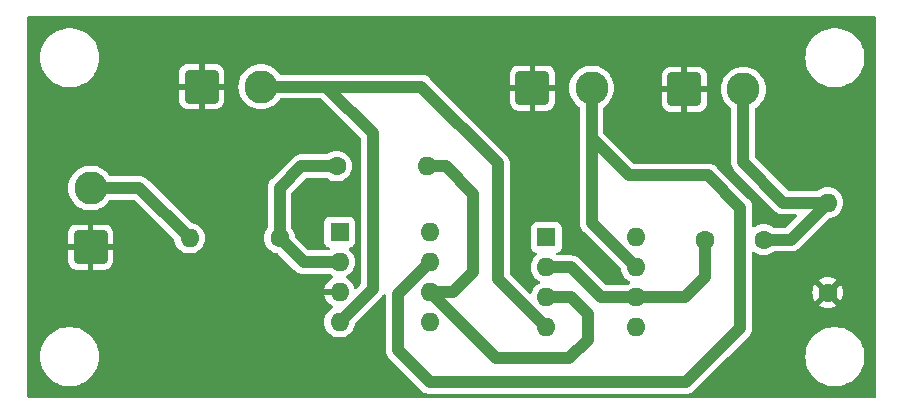
<source format=gbr>
%TF.GenerationSoftware,KiCad,Pcbnew,8.0.8*%
%TF.CreationDate,2025-04-04T11:38:52+02:00*%
%TF.ProjectId,Mise a niveau signal,4d697365-2061-4206-9e69-766561752073,rev?*%
%TF.SameCoordinates,Original*%
%TF.FileFunction,Copper,L2,Bot*%
%TF.FilePolarity,Positive*%
%FSLAX46Y46*%
G04 Gerber Fmt 4.6, Leading zero omitted, Abs format (unit mm)*
G04 Created by KiCad (PCBNEW 8.0.8) date 2025-04-04 11:38:52*
%MOMM*%
%LPD*%
G01*
G04 APERTURE LIST*
G04 Aperture macros list*
%AMRoundRect*
0 Rectangle with rounded corners*
0 $1 Rounding radius*
0 $2 $3 $4 $5 $6 $7 $8 $9 X,Y pos of 4 corners*
0 Add a 4 corners polygon primitive as box body*
4,1,4,$2,$3,$4,$5,$6,$7,$8,$9,$2,$3,0*
0 Add four circle primitives for the rounded corners*
1,1,$1+$1,$2,$3*
1,1,$1+$1,$4,$5*
1,1,$1+$1,$6,$7*
1,1,$1+$1,$8,$9*
0 Add four rect primitives between the rounded corners*
20,1,$1+$1,$2,$3,$4,$5,0*
20,1,$1+$1,$4,$5,$6,$7,0*
20,1,$1+$1,$6,$7,$8,$9,0*
20,1,$1+$1,$8,$9,$2,$3,0*%
G04 Aperture macros list end*
%TA.AperFunction,ComponentPad*%
%ADD10RoundRect,0.250001X-1.149999X-1.149999X1.149999X-1.149999X1.149999X1.149999X-1.149999X1.149999X0*%
%TD*%
%TA.AperFunction,ComponentPad*%
%ADD11C,2.800000*%
%TD*%
%TA.AperFunction,ComponentPad*%
%ADD12R,1.600000X1.600000*%
%TD*%
%TA.AperFunction,ComponentPad*%
%ADD13O,1.600000X1.600000*%
%TD*%
%TA.AperFunction,ComponentPad*%
%ADD14C,1.600000*%
%TD*%
%TA.AperFunction,ComponentPad*%
%ADD15RoundRect,0.250001X1.149999X-1.149999X1.149999X1.149999X-1.149999X1.149999X-1.149999X-1.149999X0*%
%TD*%
%TA.AperFunction,Conductor*%
%ADD16C,1.000000*%
%TD*%
%TA.AperFunction,Conductor*%
%ADD17C,0.200000*%
%TD*%
G04 APERTURE END LIST*
D10*
%TO.P,J3,1,Pin_1*%
%TO.N,Earth*%
X119866400Y-50647600D03*
D11*
%TO.P,J3,2,Pin_2*%
%TO.N,Net-(J3-Pin_2)*%
X124866400Y-50647600D03*
%TD*%
D12*
%TO.P,U2,1,NULL*%
%TO.N,unconnected-(U2-NULL-Pad1)*%
X108180000Y-63180000D03*
D13*
%TO.P,U2,2,-*%
%TO.N,Net-(U2--)*%
X108180000Y-65720000D03*
%TO.P,U2,3,+*%
%TO.N,Net-(U2-+)*%
X108180000Y-68260000D03*
%TO.P,U2,4,V-*%
%TO.N,-5V*%
X108180000Y-70800000D03*
%TO.P,U2,5,NULL*%
%TO.N,unconnected-(U2-NULL-Pad5)*%
X115800000Y-70800000D03*
%TO.P,U2,6*%
%TO.N,Net-(U2--)*%
X115800000Y-68260000D03*
%TO.P,U2,7,V+*%
%TO.N,+5V*%
X115800000Y-65720000D03*
%TO.P,U2,8,NC*%
%TO.N,unconnected-(U2-NC-Pad8)*%
X115800000Y-63180000D03*
%TD*%
D14*
%TO.P,R3,1*%
%TO.N,Earth*%
X132020000Y-67860000D03*
D13*
%TO.P,R3,2*%
%TO.N,Net-(J3-Pin_2)*%
X132020000Y-60240000D03*
%TD*%
D14*
%TO.P,C1,1*%
%TO.N,Net-(U2--)*%
X121590000Y-63370000D03*
%TO.P,C1,2*%
%TO.N,Net-(J3-Pin_2)*%
X126590000Y-63370000D03*
%TD*%
D11*
%TO.P,J4,2,Pin_2*%
%TO.N,-5V*%
X84020000Y-50420000D03*
D10*
%TO.P,J4,1,Pin_1*%
%TO.N,Earth*%
X79020000Y-50420000D03*
%TD*%
D14*
%TO.P,R1,1*%
%TO.N,Net-(U1--)*%
X85598000Y-63246000D03*
D13*
%TO.P,R1,2*%
%TO.N,Net-(J1-Pin_2)*%
X77978000Y-63246000D03*
%TD*%
D12*
%TO.P,U1,1,NULL*%
%TO.N,unconnected-(U1-NULL-Pad1)*%
X90678000Y-62738000D03*
D13*
%TO.P,U1,2,-*%
%TO.N,Net-(U1--)*%
X90678000Y-65278000D03*
%TO.P,U1,3,+*%
%TO.N,Earth*%
X90678000Y-67818000D03*
%TO.P,U1,4,V-*%
%TO.N,-5V*%
X90678000Y-70358000D03*
%TO.P,U1,5,NULL*%
%TO.N,unconnected-(U1-NULL-Pad5)*%
X98298000Y-70358000D03*
%TO.P,U1,6*%
%TO.N,Net-(U2-+)*%
X98298000Y-67818000D03*
%TO.P,U1,7,V+*%
%TO.N,+5V*%
X98298000Y-65278000D03*
%TO.P,U1,8,NC*%
%TO.N,unconnected-(U1-NC-Pad8)*%
X98298000Y-62738000D03*
%TD*%
D10*
%TO.P,J2,1,Pin_1*%
%TO.N,Earth*%
X107014000Y-50546000D03*
D11*
%TO.P,J2,2,Pin_2*%
%TO.N,+5V*%
X112014000Y-50546000D03*
%TD*%
D15*
%TO.P,J1,1,Pin_1*%
%TO.N,Earth*%
X69596000Y-64008000D03*
D11*
%TO.P,J1,2,Pin_2*%
%TO.N,Net-(J1-Pin_2)*%
X69596000Y-59008000D03*
%TD*%
D14*
%TO.P,R2,1*%
%TO.N,Net-(U1--)*%
X90424000Y-57150000D03*
D13*
%TO.P,R2,2*%
%TO.N,Net-(U2-+)*%
X98044000Y-57150000D03*
%TD*%
D16*
%TO.N,Net-(U2--)*%
X121590000Y-66573200D02*
X121590000Y-63370000D01*
X119903200Y-68260000D02*
X121590000Y-66573200D01*
X115800000Y-68260000D02*
X119903200Y-68260000D01*
%TO.N,Net-(J3-Pin_2)*%
X128261200Y-60240000D02*
X132020000Y-60240000D01*
X124866400Y-56845200D02*
X128261200Y-60240000D01*
X124866400Y-50647600D02*
X124866400Y-56845200D01*
%TO.N,-5V*%
X97580000Y-50420000D02*
X89536000Y-50420000D01*
X104090000Y-56930000D02*
X97580000Y-50420000D01*
X108180000Y-70800000D02*
X104090000Y-66710000D01*
X104090000Y-66710000D02*
X104090000Y-56930000D01*
X89536000Y-50420000D02*
X93472000Y-54356000D01*
X84020000Y-50420000D02*
X89536000Y-50420000D01*
%TO.N,Net-(U2-+)*%
X111710000Y-71860000D02*
X110130000Y-73440000D01*
X103920000Y-73440000D02*
X98298000Y-67818000D01*
X111710000Y-69710000D02*
X111710000Y-71860000D01*
X110260000Y-68260000D02*
X111710000Y-69710000D01*
X108180000Y-68260000D02*
X110260000Y-68260000D01*
X110130000Y-73440000D02*
X103920000Y-73440000D01*
%TO.N,Net-(U1--)*%
X87450000Y-57150000D02*
X90424000Y-57150000D01*
X85598000Y-59002000D02*
X87450000Y-57150000D01*
X85598000Y-63246000D02*
X85598000Y-59002000D01*
%TO.N,Net-(U2-+)*%
X102010000Y-66120000D02*
X100312000Y-67818000D01*
X100312000Y-67818000D02*
X98298000Y-67818000D01*
X102010000Y-59480000D02*
X102010000Y-66120000D01*
X99680000Y-57150000D02*
X102010000Y-59480000D01*
X98044000Y-57150000D02*
X99680000Y-57150000D01*
%TO.N,Net-(U1--)*%
X87630000Y-65278000D02*
X90678000Y-65278000D01*
X85598000Y-63246000D02*
X87630000Y-65278000D01*
%TO.N,+5V*%
X95590000Y-67986000D02*
X98298000Y-65278000D01*
X98330000Y-75440000D02*
X95590000Y-72700000D01*
X120000000Y-75440000D02*
X98330000Y-75440000D01*
X121880000Y-57940000D02*
X124620000Y-60680000D01*
X95590000Y-72700000D02*
X95590000Y-67986000D01*
X115150000Y-57940000D02*
X121880000Y-57940000D01*
X124620000Y-70820000D02*
X120000000Y-75440000D01*
X112014000Y-54804000D02*
X115150000Y-57940000D01*
X112014000Y-50546000D02*
X112014000Y-54804000D01*
X124620000Y-60680000D02*
X124620000Y-70820000D01*
%TO.N,Net-(J3-Pin_2)*%
X128890000Y-63370000D02*
X132020000Y-60240000D01*
X126590000Y-63370000D02*
X128890000Y-63370000D01*
%TO.N,Net-(U2--)*%
X110290000Y-65720000D02*
X112830000Y-68260000D01*
X108180000Y-65720000D02*
X110290000Y-65720000D01*
X112830000Y-68260000D02*
X115800000Y-68260000D01*
%TO.N,+5V*%
X112014000Y-61934000D02*
X115800000Y-65720000D01*
X112014000Y-50546000D02*
X112014000Y-61934000D01*
%TO.N,Net-(J1-Pin_2)*%
X69596000Y-59008000D02*
X73740000Y-59008000D01*
D17*
X77898000Y-63326000D02*
X77978000Y-63246000D01*
D16*
X73740000Y-59008000D02*
X77978000Y-63246000D01*
%TO.N,-5V*%
X93472000Y-67564000D02*
X90678000Y-70358000D01*
X93472000Y-54356000D02*
X93472000Y-67564000D01*
%TD*%
%TA.AperFunction,Conductor*%
%TO.N,Earth*%
G36*
X136034539Y-44462185D02*
G01*
X136080294Y-44514989D01*
X136091500Y-44566500D01*
X136091500Y-76683500D01*
X136071815Y-76750539D01*
X136019011Y-76796294D01*
X135967500Y-76807500D01*
X64378500Y-76807500D01*
X64311461Y-76787815D01*
X64265706Y-76735011D01*
X64254500Y-76683500D01*
X64254500Y-73285594D01*
X65312556Y-73285594D01*
X65312556Y-73285605D01*
X65332310Y-73599604D01*
X65332311Y-73599611D01*
X65391270Y-73908683D01*
X65488497Y-74207916D01*
X65488499Y-74207921D01*
X65622461Y-74492603D01*
X65622464Y-74492609D01*
X65791051Y-74758261D01*
X65791054Y-74758265D01*
X65991606Y-75000690D01*
X65991608Y-75000692D01*
X66220968Y-75216076D01*
X66220978Y-75216084D01*
X66475504Y-75401008D01*
X66475509Y-75401010D01*
X66475516Y-75401016D01*
X66751234Y-75552594D01*
X66751239Y-75552596D01*
X66751241Y-75552597D01*
X66751242Y-75552598D01*
X67043771Y-75668418D01*
X67043774Y-75668419D01*
X67348523Y-75746665D01*
X67348527Y-75746666D01*
X67414010Y-75754938D01*
X67660670Y-75786099D01*
X67660679Y-75786099D01*
X67660682Y-75786100D01*
X67660684Y-75786100D01*
X67975316Y-75786100D01*
X67975318Y-75786100D01*
X67975321Y-75786099D01*
X67975329Y-75786099D01*
X68161593Y-75762568D01*
X68287473Y-75746666D01*
X68592225Y-75668419D01*
X68592228Y-75668418D01*
X68884757Y-75552598D01*
X68884758Y-75552597D01*
X68884756Y-75552597D01*
X68884766Y-75552594D01*
X69160484Y-75401016D01*
X69415030Y-75216078D01*
X69644390Y-75000694D01*
X69844947Y-74758263D01*
X70013537Y-74492607D01*
X70147503Y-74207915D01*
X70244731Y-73908679D01*
X70303688Y-73599615D01*
X70307916Y-73532410D01*
X70323444Y-73285605D01*
X70323444Y-73285594D01*
X70303689Y-72971595D01*
X70303688Y-72971588D01*
X70303688Y-72971585D01*
X70244731Y-72662521D01*
X70147503Y-72363285D01*
X70133678Y-72333906D01*
X70026183Y-72105468D01*
X70013537Y-72078593D01*
X69844947Y-71812937D01*
X69844945Y-71812934D01*
X69644393Y-71570509D01*
X69644391Y-71570507D01*
X69415031Y-71355123D01*
X69415021Y-71355115D01*
X69160495Y-71170191D01*
X69160488Y-71170186D01*
X69160484Y-71170184D01*
X68884766Y-71018606D01*
X68884763Y-71018604D01*
X68884758Y-71018602D01*
X68884757Y-71018601D01*
X68592228Y-70902781D01*
X68592225Y-70902780D01*
X68287476Y-70824534D01*
X68287463Y-70824532D01*
X67975329Y-70785100D01*
X67975318Y-70785100D01*
X67660682Y-70785100D01*
X67660670Y-70785100D01*
X67348536Y-70824532D01*
X67348523Y-70824534D01*
X67043774Y-70902780D01*
X67043771Y-70902781D01*
X66751242Y-71018601D01*
X66751241Y-71018602D01*
X66475516Y-71170184D01*
X66475504Y-71170191D01*
X66220978Y-71355115D01*
X66220968Y-71355123D01*
X65991608Y-71570507D01*
X65991606Y-71570509D01*
X65791054Y-71812934D01*
X65791051Y-71812938D01*
X65622464Y-72078590D01*
X65622461Y-72078596D01*
X65488499Y-72363278D01*
X65488497Y-72363283D01*
X65391270Y-72662516D01*
X65332311Y-72971588D01*
X65332310Y-72971595D01*
X65312556Y-73285594D01*
X64254500Y-73285594D01*
X64254500Y-62808014D01*
X67696000Y-62808014D01*
X67696000Y-63758000D01*
X68995999Y-63758000D01*
X68970979Y-63818402D01*
X68946000Y-63943981D01*
X68946000Y-64072019D01*
X68970979Y-64197598D01*
X68995999Y-64258000D01*
X67696000Y-64258000D01*
X67696000Y-65207985D01*
X67706493Y-65310689D01*
X67706494Y-65310696D01*
X67761641Y-65477118D01*
X67761643Y-65477123D01*
X67853684Y-65626344D01*
X67977655Y-65750315D01*
X68126876Y-65842356D01*
X68126881Y-65842358D01*
X68293303Y-65897505D01*
X68293310Y-65897506D01*
X68396014Y-65907999D01*
X68396027Y-65908000D01*
X69346000Y-65908000D01*
X69346000Y-64608001D01*
X69406402Y-64633021D01*
X69531981Y-64658000D01*
X69660019Y-64658000D01*
X69785598Y-64633021D01*
X69846000Y-64608001D01*
X69846000Y-65908000D01*
X70795973Y-65908000D01*
X70795985Y-65907999D01*
X70898689Y-65897506D01*
X70898696Y-65897505D01*
X71065118Y-65842358D01*
X71065123Y-65842356D01*
X71214344Y-65750315D01*
X71338315Y-65626344D01*
X71430356Y-65477123D01*
X71430358Y-65477118D01*
X71485505Y-65310696D01*
X71485506Y-65310689D01*
X71495999Y-65207985D01*
X71496000Y-65207972D01*
X71496000Y-64258000D01*
X70196001Y-64258000D01*
X70221021Y-64197598D01*
X70246000Y-64072019D01*
X70246000Y-63943981D01*
X70221021Y-63818402D01*
X70196001Y-63758000D01*
X71496000Y-63758000D01*
X71496000Y-62808027D01*
X71495999Y-62808014D01*
X71485506Y-62705310D01*
X71485505Y-62705303D01*
X71430358Y-62538881D01*
X71430356Y-62538876D01*
X71338315Y-62389655D01*
X71214344Y-62265684D01*
X71065123Y-62173643D01*
X71065118Y-62173641D01*
X70898696Y-62118494D01*
X70898689Y-62118493D01*
X70795985Y-62108000D01*
X69846000Y-62108000D01*
X69846000Y-63407998D01*
X69785598Y-63382979D01*
X69660019Y-63358000D01*
X69531981Y-63358000D01*
X69406402Y-63382979D01*
X69346000Y-63407998D01*
X69346000Y-62108000D01*
X68396014Y-62108000D01*
X68293310Y-62118493D01*
X68293303Y-62118494D01*
X68126881Y-62173641D01*
X68126876Y-62173643D01*
X67977655Y-62265684D01*
X67853684Y-62389655D01*
X67761643Y-62538876D01*
X67761641Y-62538881D01*
X67706494Y-62705303D01*
X67706493Y-62705310D01*
X67696000Y-62808014D01*
X64254500Y-62808014D01*
X64254500Y-59007998D01*
X67690645Y-59007998D01*
X67690645Y-59008001D01*
X67710039Y-59279160D01*
X67710040Y-59279167D01*
X67767823Y-59544793D01*
X67767825Y-59544801D01*
X67844330Y-59749920D01*
X67862830Y-59799519D01*
X67993109Y-60038107D01*
X67993110Y-60038108D01*
X67993113Y-60038113D01*
X68156029Y-60255742D01*
X68156033Y-60255746D01*
X68156038Y-60255752D01*
X68348247Y-60447961D01*
X68348253Y-60447966D01*
X68348258Y-60447971D01*
X68565887Y-60610887D01*
X68565891Y-60610889D01*
X68565892Y-60610890D01*
X68804481Y-60741169D01*
X68804480Y-60741169D01*
X68804484Y-60741170D01*
X68804487Y-60741172D01*
X69059199Y-60836175D01*
X69324840Y-60893961D01*
X69576605Y-60911967D01*
X69595999Y-60913355D01*
X69596000Y-60913355D01*
X69596001Y-60913355D01*
X69614100Y-60912060D01*
X69867160Y-60893961D01*
X70132801Y-60836175D01*
X70387513Y-60741172D01*
X70387517Y-60741169D01*
X70387519Y-60741169D01*
X70506813Y-60676029D01*
X70626113Y-60610887D01*
X70843742Y-60447971D01*
X71035971Y-60255742D01*
X71183858Y-60058188D01*
X71239792Y-60016318D01*
X71283125Y-60008500D01*
X73274218Y-60008500D01*
X73341257Y-60028185D01*
X73361899Y-60044819D01*
X76651111Y-63334031D01*
X76684596Y-63395354D01*
X76686958Y-63410902D01*
X76692364Y-63472688D01*
X76692366Y-63472697D01*
X76751258Y-63692488D01*
X76751261Y-63692497D01*
X76847431Y-63898732D01*
X76847432Y-63898734D01*
X76977954Y-64085141D01*
X77138858Y-64246045D01*
X77138861Y-64246047D01*
X77325266Y-64376568D01*
X77531504Y-64472739D01*
X77531509Y-64472740D01*
X77531511Y-64472741D01*
X77584415Y-64486916D01*
X77751308Y-64531635D01*
X77913230Y-64545801D01*
X77977998Y-64551468D01*
X77978000Y-64551468D01*
X77978002Y-64551468D01*
X78034673Y-64546509D01*
X78204692Y-64531635D01*
X78424496Y-64472739D01*
X78630734Y-64376568D01*
X78817139Y-64246047D01*
X78978047Y-64085139D01*
X79108568Y-63898734D01*
X79204739Y-63692496D01*
X79263635Y-63472692D01*
X79283468Y-63246000D01*
X79263635Y-63019308D01*
X79204739Y-62799504D01*
X79108568Y-62593266D01*
X78978784Y-62407914D01*
X78978045Y-62406858D01*
X78817141Y-62245954D01*
X78630734Y-62115432D01*
X78630732Y-62115431D01*
X78424497Y-62019261D01*
X78424488Y-62019258D01*
X78204697Y-61960366D01*
X78204688Y-61960364D01*
X78142902Y-61954958D01*
X78077834Y-61929504D01*
X78066031Y-61919111D01*
X74521479Y-58374559D01*
X74521459Y-58374537D01*
X74377785Y-58230863D01*
X74377781Y-58230860D01*
X74213920Y-58121371D01*
X74213911Y-58121366D01*
X74130683Y-58086892D01*
X74085165Y-58068038D01*
X74058500Y-58056993D01*
X74031837Y-58045949D01*
X74031833Y-58045948D01*
X73921511Y-58024004D01*
X73838543Y-58007500D01*
X73838541Y-58007500D01*
X71283125Y-58007500D01*
X71216086Y-57987815D01*
X71183858Y-57957811D01*
X71067768Y-57802734D01*
X71035971Y-57760258D01*
X71035966Y-57760253D01*
X71035961Y-57760247D01*
X70843752Y-57568038D01*
X70843746Y-57568033D01*
X70843742Y-57568029D01*
X70626113Y-57405113D01*
X70626108Y-57405110D01*
X70626107Y-57405109D01*
X70387518Y-57274830D01*
X70387519Y-57274830D01*
X70337920Y-57256330D01*
X70132801Y-57179825D01*
X70132794Y-57179823D01*
X70132793Y-57179823D01*
X69867167Y-57122040D01*
X69867160Y-57122039D01*
X69596001Y-57102645D01*
X69595999Y-57102645D01*
X69324839Y-57122039D01*
X69324832Y-57122040D01*
X69059206Y-57179823D01*
X69059202Y-57179824D01*
X69059199Y-57179825D01*
X68953041Y-57219420D01*
X68804480Y-57274830D01*
X68565892Y-57405109D01*
X68565891Y-57405110D01*
X68348259Y-57568028D01*
X68348247Y-57568038D01*
X68156038Y-57760247D01*
X68156028Y-57760259D01*
X67993110Y-57977891D01*
X67993109Y-57977892D01*
X67862830Y-58216480D01*
X67838927Y-58280567D01*
X67767825Y-58471199D01*
X67767824Y-58471202D01*
X67767823Y-58471206D01*
X67710040Y-58736832D01*
X67710039Y-58736839D01*
X67690645Y-59007998D01*
X64254500Y-59007998D01*
X64254500Y-47973994D01*
X65331356Y-47973994D01*
X65331356Y-47974005D01*
X65351110Y-48288004D01*
X65351111Y-48288011D01*
X65351112Y-48288015D01*
X65409066Y-48591823D01*
X65410070Y-48597083D01*
X65507297Y-48896316D01*
X65507299Y-48896321D01*
X65641261Y-49181003D01*
X65641264Y-49181009D01*
X65809851Y-49446661D01*
X65809854Y-49446665D01*
X66010406Y-49689090D01*
X66010408Y-49689092D01*
X66239768Y-49904476D01*
X66239778Y-49904484D01*
X66494304Y-50089408D01*
X66494309Y-50089410D01*
X66494316Y-50089416D01*
X66770034Y-50240994D01*
X66770039Y-50240996D01*
X66770041Y-50240997D01*
X66770042Y-50240998D01*
X67062571Y-50356818D01*
X67062574Y-50356819D01*
X67308641Y-50419998D01*
X67367327Y-50435066D01*
X67432810Y-50443338D01*
X67679470Y-50474499D01*
X67679479Y-50474499D01*
X67679482Y-50474500D01*
X67679484Y-50474500D01*
X67994116Y-50474500D01*
X67994118Y-50474500D01*
X67994121Y-50474499D01*
X67994129Y-50474499D01*
X68180393Y-50450968D01*
X68306273Y-50435066D01*
X68611025Y-50356819D01*
X68611028Y-50356818D01*
X68903557Y-50240998D01*
X68903558Y-50240997D01*
X68903556Y-50240997D01*
X68903566Y-50240994D01*
X69179284Y-50089416D01*
X69433830Y-49904478D01*
X69663190Y-49689094D01*
X69863747Y-49446663D01*
X70007582Y-49220014D01*
X77120000Y-49220014D01*
X77120000Y-50170000D01*
X78419999Y-50170000D01*
X78394979Y-50230402D01*
X78370000Y-50355981D01*
X78370000Y-50484019D01*
X78394979Y-50609598D01*
X78419999Y-50670000D01*
X77120000Y-50670000D01*
X77120000Y-51619985D01*
X77130493Y-51722689D01*
X77130494Y-51722696D01*
X77185641Y-51889118D01*
X77185643Y-51889123D01*
X77277684Y-52038344D01*
X77401655Y-52162315D01*
X77550876Y-52254356D01*
X77550881Y-52254358D01*
X77717303Y-52309505D01*
X77717310Y-52309506D01*
X77820014Y-52319999D01*
X77820027Y-52320000D01*
X78770000Y-52320000D01*
X78770000Y-51020001D01*
X78830402Y-51045021D01*
X78955981Y-51070000D01*
X79084019Y-51070000D01*
X79209598Y-51045021D01*
X79270000Y-51020001D01*
X79270000Y-52320000D01*
X80219973Y-52320000D01*
X80219985Y-52319999D01*
X80322689Y-52309506D01*
X80322696Y-52309505D01*
X80489118Y-52254358D01*
X80489123Y-52254356D01*
X80638344Y-52162315D01*
X80762315Y-52038344D01*
X80854356Y-51889123D01*
X80854358Y-51889118D01*
X80909505Y-51722696D01*
X80909506Y-51722689D01*
X80919999Y-51619985D01*
X80920000Y-51619972D01*
X80920000Y-50670000D01*
X79620001Y-50670000D01*
X79645021Y-50609598D01*
X79670000Y-50484019D01*
X79670000Y-50419998D01*
X82114645Y-50419998D01*
X82114645Y-50420000D01*
X82134039Y-50691160D01*
X82134040Y-50691167D01*
X82183551Y-50918767D01*
X82191825Y-50956801D01*
X82264813Y-51152488D01*
X82286830Y-51211519D01*
X82417109Y-51450107D01*
X82417110Y-51450108D01*
X82417113Y-51450113D01*
X82580029Y-51667742D01*
X82580033Y-51667746D01*
X82580038Y-51667752D01*
X82772247Y-51859961D01*
X82772253Y-51859966D01*
X82772258Y-51859971D01*
X82989887Y-52022887D01*
X82989891Y-52022889D01*
X82989892Y-52022890D01*
X83228481Y-52153169D01*
X83228480Y-52153169D01*
X83228484Y-52153170D01*
X83228487Y-52153172D01*
X83483199Y-52248175D01*
X83748840Y-52305961D01*
X84000605Y-52323967D01*
X84019999Y-52325355D01*
X84020000Y-52325355D01*
X84020001Y-52325355D01*
X84038100Y-52324060D01*
X84291160Y-52305961D01*
X84556801Y-52248175D01*
X84811513Y-52153172D01*
X84811517Y-52153169D01*
X84811519Y-52153169D01*
X84931671Y-52087561D01*
X85050113Y-52022887D01*
X85267742Y-51859971D01*
X85459971Y-51667742D01*
X85607858Y-51470188D01*
X85663792Y-51428318D01*
X85707125Y-51420500D01*
X89070218Y-51420500D01*
X89137257Y-51440185D01*
X89157899Y-51456819D01*
X92435181Y-54734101D01*
X92468666Y-54795424D01*
X92471500Y-54821782D01*
X92471500Y-67098216D01*
X92451815Y-67165255D01*
X92435181Y-67185897D01*
X92129071Y-67492006D01*
X92067748Y-67525491D01*
X91998056Y-67520507D01*
X91942123Y-67478635D01*
X91921615Y-67436418D01*
X91904269Y-67371682D01*
X91904265Y-67371673D01*
X91808134Y-67165517D01*
X91677657Y-66979179D01*
X91516820Y-66818342D01*
X91330482Y-66687865D01*
X91272133Y-66660657D01*
X91219694Y-66614484D01*
X91200542Y-66547291D01*
X91220758Y-66480410D01*
X91272129Y-66435895D01*
X91330734Y-66408568D01*
X91517139Y-66278047D01*
X91678047Y-66117139D01*
X91808568Y-65930734D01*
X91904739Y-65724496D01*
X91963635Y-65504692D01*
X91983468Y-65278000D01*
X91983074Y-65273502D01*
X91972974Y-65158053D01*
X91963635Y-65051308D01*
X91905239Y-64833371D01*
X91904741Y-64831511D01*
X91904738Y-64831502D01*
X91880740Y-64780038D01*
X91808568Y-64625266D01*
X91678047Y-64438861D01*
X91678045Y-64438858D01*
X91517143Y-64277956D01*
X91492536Y-64260726D01*
X91448912Y-64206149D01*
X91441719Y-64136650D01*
X91473241Y-64074296D01*
X91533471Y-64038882D01*
X91550404Y-64035861D01*
X91585483Y-64032091D01*
X91720331Y-63981796D01*
X91835546Y-63895546D01*
X91921796Y-63780331D01*
X91972091Y-63645483D01*
X91978500Y-63585873D01*
X91978499Y-61890128D01*
X91972091Y-61830517D01*
X91937567Y-61737954D01*
X91921797Y-61695671D01*
X91921793Y-61695664D01*
X91835547Y-61580455D01*
X91835544Y-61580452D01*
X91720335Y-61494206D01*
X91720328Y-61494202D01*
X91585482Y-61443908D01*
X91585483Y-61443908D01*
X91525883Y-61437501D01*
X91525881Y-61437500D01*
X91525873Y-61437500D01*
X91525864Y-61437500D01*
X89830129Y-61437500D01*
X89830123Y-61437501D01*
X89770516Y-61443908D01*
X89635671Y-61494202D01*
X89635664Y-61494206D01*
X89520455Y-61580452D01*
X89520452Y-61580455D01*
X89434206Y-61695664D01*
X89434202Y-61695671D01*
X89383908Y-61830517D01*
X89377501Y-61890116D01*
X89377501Y-61890123D01*
X89377500Y-61890135D01*
X89377500Y-63585870D01*
X89377501Y-63585876D01*
X89383908Y-63645483D01*
X89434202Y-63780328D01*
X89434206Y-63780335D01*
X89520452Y-63895544D01*
X89520455Y-63895547D01*
X89635664Y-63981793D01*
X89635671Y-63981797D01*
X89770511Y-64032089D01*
X89770512Y-64032089D01*
X89770517Y-64032091D01*
X89770521Y-64032091D01*
X89773613Y-64032822D01*
X89775771Y-64034050D01*
X89777785Y-64034802D01*
X89777663Y-64035128D01*
X89834330Y-64067394D01*
X89866717Y-64129304D01*
X89860493Y-64198896D01*
X89817632Y-64254075D01*
X89751743Y-64277322D01*
X89745101Y-64277500D01*
X88095782Y-64277500D01*
X88028743Y-64257815D01*
X88008101Y-64241181D01*
X86924887Y-63157967D01*
X86891402Y-63096644D01*
X86889040Y-63081093D01*
X86883635Y-63019312D01*
X86883635Y-63019308D01*
X86824739Y-62799504D01*
X86728568Y-62593266D01*
X86620924Y-62439532D01*
X86598597Y-62373326D01*
X86598500Y-62368410D01*
X86598500Y-59467782D01*
X86618185Y-59400743D01*
X86634819Y-59380101D01*
X87828102Y-58186819D01*
X87889425Y-58153334D01*
X87915783Y-58150500D01*
X89546412Y-58150500D01*
X89613451Y-58170185D01*
X89617523Y-58172917D01*
X89771266Y-58280568D01*
X89977504Y-58376739D01*
X90197308Y-58435635D01*
X90359230Y-58449801D01*
X90423998Y-58455468D01*
X90424000Y-58455468D01*
X90424002Y-58455468D01*
X90480673Y-58450509D01*
X90650692Y-58435635D01*
X90870496Y-58376739D01*
X91076734Y-58280568D01*
X91263139Y-58150047D01*
X91424047Y-57989139D01*
X91554568Y-57802734D01*
X91650739Y-57596496D01*
X91709635Y-57376692D01*
X91729468Y-57150000D01*
X91709635Y-56923308D01*
X91650739Y-56703504D01*
X91554568Y-56497266D01*
X91424047Y-56310861D01*
X91424045Y-56310858D01*
X91263141Y-56149954D01*
X91076734Y-56019432D01*
X91076732Y-56019431D01*
X90870497Y-55923261D01*
X90870488Y-55923258D01*
X90650697Y-55864366D01*
X90650693Y-55864365D01*
X90650692Y-55864365D01*
X90650691Y-55864364D01*
X90650686Y-55864364D01*
X90424002Y-55844532D01*
X90423998Y-55844532D01*
X90197313Y-55864364D01*
X90197302Y-55864366D01*
X89977511Y-55923258D01*
X89977502Y-55923261D01*
X89771267Y-56019431D01*
X89771265Y-56019432D01*
X89617535Y-56127075D01*
X89551329Y-56149402D01*
X89546412Y-56149500D01*
X87554675Y-56149500D01*
X87554655Y-56149499D01*
X87548541Y-56149499D01*
X87351460Y-56149499D01*
X87351457Y-56149499D01*
X87158172Y-56187946D01*
X87158164Y-56187948D01*
X86976088Y-56263366D01*
X86976079Y-56263371D01*
X86812219Y-56372859D01*
X86812215Y-56372862D01*
X85382347Y-57802732D01*
X84960220Y-58224859D01*
X84960218Y-58224861D01*
X84904512Y-58280567D01*
X84820859Y-58364219D01*
X84711371Y-58528080D01*
X84711364Y-58528093D01*
X84684328Y-58593367D01*
X84684328Y-58593368D01*
X84635950Y-58710161D01*
X84635947Y-58710170D01*
X84630642Y-58736842D01*
X84597500Y-58903454D01*
X84597500Y-62368410D01*
X84577815Y-62435449D01*
X84575076Y-62439532D01*
X84467431Y-62593267D01*
X84371261Y-62799502D01*
X84371258Y-62799511D01*
X84312366Y-63019302D01*
X84312364Y-63019313D01*
X84292532Y-63245998D01*
X84292532Y-63246001D01*
X84312364Y-63472686D01*
X84312366Y-63472697D01*
X84371258Y-63692488D01*
X84371261Y-63692497D01*
X84467431Y-63898732D01*
X84467432Y-63898734D01*
X84597954Y-64085141D01*
X84758858Y-64246045D01*
X84758861Y-64246047D01*
X84945266Y-64376568D01*
X85151504Y-64472739D01*
X85151509Y-64472740D01*
X85151511Y-64472741D01*
X85204415Y-64486916D01*
X85371308Y-64531635D01*
X85433094Y-64537040D01*
X85498161Y-64562492D01*
X85509967Y-64572887D01*
X86849735Y-65912655D01*
X86849764Y-65912686D01*
X86992214Y-66055136D01*
X86992218Y-66055139D01*
X87156079Y-66164628D01*
X87156092Y-66164635D01*
X87284833Y-66217961D01*
X87327744Y-66235735D01*
X87338164Y-66240051D01*
X87434812Y-66259275D01*
X87483135Y-66268887D01*
X87531458Y-66278500D01*
X87531459Y-66278500D01*
X87531460Y-66278500D01*
X87728540Y-66278500D01*
X89800412Y-66278500D01*
X89867451Y-66298185D01*
X89871523Y-66300917D01*
X90025266Y-66408568D01*
X90083865Y-66435893D01*
X90136305Y-66482065D01*
X90155457Y-66549258D01*
X90135242Y-66616139D01*
X90083867Y-66660657D01*
X90025515Y-66687867D01*
X89839179Y-66818342D01*
X89678342Y-66979179D01*
X89547865Y-67165517D01*
X89451734Y-67371673D01*
X89451730Y-67371682D01*
X89399127Y-67567999D01*
X89399128Y-67568000D01*
X90362314Y-67568000D01*
X90357920Y-67572394D01*
X90305259Y-67663606D01*
X90278000Y-67765339D01*
X90278000Y-67870661D01*
X90305259Y-67972394D01*
X90357920Y-68063606D01*
X90362314Y-68068000D01*
X89399128Y-68068000D01*
X89451730Y-68264317D01*
X89451734Y-68264326D01*
X89547865Y-68470482D01*
X89678342Y-68656820D01*
X89839179Y-68817657D01*
X90025518Y-68948134D01*
X90025520Y-68948135D01*
X90083865Y-68975342D01*
X90136305Y-69021514D01*
X90155457Y-69088707D01*
X90135242Y-69155589D01*
X90083867Y-69200105D01*
X90083275Y-69200382D01*
X90025264Y-69227433D01*
X89838858Y-69357954D01*
X89677954Y-69518858D01*
X89547432Y-69705265D01*
X89547431Y-69705267D01*
X89451261Y-69911502D01*
X89451258Y-69911511D01*
X89392366Y-70131302D01*
X89392364Y-70131313D01*
X89372532Y-70357998D01*
X89372532Y-70358001D01*
X89392364Y-70584686D01*
X89392366Y-70584697D01*
X89451258Y-70804488D01*
X89451261Y-70804497D01*
X89547431Y-71010732D01*
X89547432Y-71010734D01*
X89677954Y-71197141D01*
X89838858Y-71358045D01*
X89838861Y-71358047D01*
X90025266Y-71488568D01*
X90231504Y-71584739D01*
X90451308Y-71643635D01*
X90613230Y-71657801D01*
X90677998Y-71663468D01*
X90678000Y-71663468D01*
X90678002Y-71663468D01*
X90734673Y-71658509D01*
X90904692Y-71643635D01*
X91124496Y-71584739D01*
X91330734Y-71488568D01*
X91517139Y-71358047D01*
X91678047Y-71197139D01*
X91808568Y-71010734D01*
X91904739Y-70804496D01*
X91963635Y-70584692D01*
X91969040Y-70522905D01*
X91994492Y-70457838D01*
X92004879Y-70446040D01*
X94249140Y-68201781D01*
X94313402Y-68105606D01*
X94362017Y-68032849D01*
X94364239Y-68034334D01*
X94405092Y-67992737D01*
X94473227Y-67977268D01*
X94538910Y-68001092D01*
X94581285Y-68056645D01*
X94589500Y-68101027D01*
X94589500Y-72798541D01*
X94589500Y-72798543D01*
X94589499Y-72798543D01*
X94627947Y-72991829D01*
X94627950Y-72991839D01*
X94703364Y-73173907D01*
X94703371Y-73173920D01*
X94812860Y-73337781D01*
X94812863Y-73337785D01*
X94956537Y-73481459D01*
X94956559Y-73481479D01*
X97549735Y-76074655D01*
X97549764Y-76074686D01*
X97692214Y-76217136D01*
X97692218Y-76217139D01*
X97856079Y-76326628D01*
X97856092Y-76326635D01*
X97984833Y-76379961D01*
X98027744Y-76397735D01*
X98038164Y-76402051D01*
X98134812Y-76421275D01*
X98183135Y-76430887D01*
X98231458Y-76440500D01*
X98231459Y-76440500D01*
X120098542Y-76440500D01*
X120117870Y-76436655D01*
X120195188Y-76421275D01*
X120291836Y-76402051D01*
X120345165Y-76379961D01*
X120473914Y-76326632D01*
X120637782Y-76217139D01*
X120777139Y-76077782D01*
X120777139Y-76077780D01*
X120787347Y-76067573D01*
X120787348Y-76067570D01*
X123569326Y-73285594D01*
X130114556Y-73285594D01*
X130114556Y-73285605D01*
X130134310Y-73599604D01*
X130134311Y-73599611D01*
X130193270Y-73908683D01*
X130290497Y-74207916D01*
X130290499Y-74207921D01*
X130424461Y-74492603D01*
X130424464Y-74492609D01*
X130593051Y-74758261D01*
X130593054Y-74758265D01*
X130793606Y-75000690D01*
X130793608Y-75000692D01*
X131022968Y-75216076D01*
X131022978Y-75216084D01*
X131277504Y-75401008D01*
X131277509Y-75401010D01*
X131277516Y-75401016D01*
X131553234Y-75552594D01*
X131553239Y-75552596D01*
X131553241Y-75552597D01*
X131553242Y-75552598D01*
X131845771Y-75668418D01*
X131845774Y-75668419D01*
X132150523Y-75746665D01*
X132150527Y-75746666D01*
X132216010Y-75754938D01*
X132462670Y-75786099D01*
X132462679Y-75786099D01*
X132462682Y-75786100D01*
X132462684Y-75786100D01*
X132777316Y-75786100D01*
X132777318Y-75786100D01*
X132777321Y-75786099D01*
X132777329Y-75786099D01*
X132963593Y-75762568D01*
X133089473Y-75746666D01*
X133394225Y-75668419D01*
X133394228Y-75668418D01*
X133686757Y-75552598D01*
X133686758Y-75552597D01*
X133686756Y-75552597D01*
X133686766Y-75552594D01*
X133962484Y-75401016D01*
X134217030Y-75216078D01*
X134446390Y-75000694D01*
X134646947Y-74758263D01*
X134815537Y-74492607D01*
X134949503Y-74207915D01*
X135046731Y-73908679D01*
X135105688Y-73599615D01*
X135109916Y-73532410D01*
X135125444Y-73285605D01*
X135125444Y-73285594D01*
X135105689Y-72971595D01*
X135105688Y-72971588D01*
X135105688Y-72971585D01*
X135046731Y-72662521D01*
X134949503Y-72363285D01*
X134935678Y-72333906D01*
X134828183Y-72105468D01*
X134815537Y-72078593D01*
X134646947Y-71812937D01*
X134646945Y-71812934D01*
X134446393Y-71570509D01*
X134446391Y-71570507D01*
X134217031Y-71355123D01*
X134217021Y-71355115D01*
X133962495Y-71170191D01*
X133962488Y-71170186D01*
X133962484Y-71170184D01*
X133686766Y-71018606D01*
X133686763Y-71018604D01*
X133686758Y-71018602D01*
X133686757Y-71018601D01*
X133394228Y-70902781D01*
X133394225Y-70902780D01*
X133089476Y-70824534D01*
X133089463Y-70824532D01*
X132777329Y-70785100D01*
X132777318Y-70785100D01*
X132462682Y-70785100D01*
X132462670Y-70785100D01*
X132150536Y-70824532D01*
X132150523Y-70824534D01*
X131845774Y-70902780D01*
X131845771Y-70902781D01*
X131553242Y-71018601D01*
X131553241Y-71018602D01*
X131277516Y-71170184D01*
X131277504Y-71170191D01*
X131022978Y-71355115D01*
X131022968Y-71355123D01*
X130793608Y-71570507D01*
X130793606Y-71570509D01*
X130593054Y-71812934D01*
X130593051Y-71812938D01*
X130424464Y-72078590D01*
X130424461Y-72078596D01*
X130290499Y-72363278D01*
X130290497Y-72363283D01*
X130193270Y-72662516D01*
X130134311Y-72971588D01*
X130134310Y-72971595D01*
X130114556Y-73285594D01*
X123569326Y-73285594D01*
X125397140Y-71457781D01*
X125506632Y-71293914D01*
X125582052Y-71111835D01*
X125620500Y-70918540D01*
X125620500Y-70721459D01*
X125620500Y-67859997D01*
X130715034Y-67859997D01*
X130715034Y-67860002D01*
X130734858Y-68086599D01*
X130734860Y-68086610D01*
X130793730Y-68306317D01*
X130793735Y-68306331D01*
X130889863Y-68512478D01*
X130940974Y-68585472D01*
X131620000Y-67906446D01*
X131620000Y-67912661D01*
X131647259Y-68014394D01*
X131699920Y-68105606D01*
X131774394Y-68180080D01*
X131865606Y-68232741D01*
X131967339Y-68260000D01*
X131973553Y-68260000D01*
X131294526Y-68939025D01*
X131367513Y-68990132D01*
X131367521Y-68990136D01*
X131573668Y-69086264D01*
X131573682Y-69086269D01*
X131793389Y-69145139D01*
X131793400Y-69145141D01*
X132019998Y-69164966D01*
X132020002Y-69164966D01*
X132246599Y-69145141D01*
X132246610Y-69145139D01*
X132466317Y-69086269D01*
X132466331Y-69086264D01*
X132672478Y-68990136D01*
X132745471Y-68939024D01*
X132066447Y-68260000D01*
X132072661Y-68260000D01*
X132174394Y-68232741D01*
X132265606Y-68180080D01*
X132340080Y-68105606D01*
X132392741Y-68014394D01*
X132420000Y-67912661D01*
X132420000Y-67906447D01*
X133099024Y-68585471D01*
X133150136Y-68512478D01*
X133246264Y-68306331D01*
X133246269Y-68306317D01*
X133305139Y-68086610D01*
X133305141Y-68086599D01*
X133324966Y-67860002D01*
X133324966Y-67859997D01*
X133305141Y-67633400D01*
X133305139Y-67633389D01*
X133246269Y-67413682D01*
X133246264Y-67413668D01*
X133150136Y-67207521D01*
X133150132Y-67207513D01*
X133099025Y-67134526D01*
X132420000Y-67813551D01*
X132420000Y-67807339D01*
X132392741Y-67705606D01*
X132340080Y-67614394D01*
X132265606Y-67539920D01*
X132174394Y-67487259D01*
X132072661Y-67460000D01*
X132066445Y-67460000D01*
X132745472Y-66780974D01*
X132672478Y-66729863D01*
X132466331Y-66633735D01*
X132466317Y-66633730D01*
X132246610Y-66574860D01*
X132246599Y-66574858D01*
X132020002Y-66555034D01*
X132019998Y-66555034D01*
X131793400Y-66574858D01*
X131793389Y-66574860D01*
X131573682Y-66633730D01*
X131573673Y-66633734D01*
X131367516Y-66729866D01*
X131367512Y-66729868D01*
X131294526Y-66780973D01*
X131294526Y-66780974D01*
X131973553Y-67460000D01*
X131967339Y-67460000D01*
X131865606Y-67487259D01*
X131774394Y-67539920D01*
X131699920Y-67614394D01*
X131647259Y-67705606D01*
X131620000Y-67807339D01*
X131620000Y-67813552D01*
X130940974Y-67134526D01*
X130940973Y-67134526D01*
X130889868Y-67207512D01*
X130889866Y-67207516D01*
X130793734Y-67413673D01*
X130793730Y-67413682D01*
X130734860Y-67633389D01*
X130734858Y-67633400D01*
X130715034Y-67859997D01*
X125620500Y-67859997D01*
X125620500Y-64516968D01*
X125640185Y-64449929D01*
X125692989Y-64404174D01*
X125762147Y-64394230D01*
X125815621Y-64415392D01*
X125937266Y-64500568D01*
X126143504Y-64596739D01*
X126363308Y-64655635D01*
X126525230Y-64669801D01*
X126589998Y-64675468D01*
X126590000Y-64675468D01*
X126590002Y-64675468D01*
X126646673Y-64670509D01*
X126816692Y-64655635D01*
X127036496Y-64596739D01*
X127242734Y-64500568D01*
X127396465Y-64392924D01*
X127462671Y-64370598D01*
X127467588Y-64370500D01*
X128988542Y-64370500D01*
X129007870Y-64366655D01*
X129085188Y-64351275D01*
X129181836Y-64332051D01*
X129235165Y-64309961D01*
X129363914Y-64256632D01*
X129527782Y-64147139D01*
X129667139Y-64007782D01*
X129667139Y-64007780D01*
X129677347Y-63997573D01*
X129677348Y-63997570D01*
X132108034Y-61566885D01*
X132169355Y-61533402D01*
X132184900Y-61531041D01*
X132246692Y-61525635D01*
X132466496Y-61466739D01*
X132672734Y-61370568D01*
X132859139Y-61240047D01*
X133020047Y-61079139D01*
X133150568Y-60892734D01*
X133246739Y-60686496D01*
X133305635Y-60466692D01*
X133325468Y-60240000D01*
X133322501Y-60206092D01*
X133319801Y-60175230D01*
X133305635Y-60013308D01*
X133246739Y-59793504D01*
X133150568Y-59587266D01*
X133020047Y-59400861D01*
X133020045Y-59400858D01*
X132859141Y-59239954D01*
X132672734Y-59109432D01*
X132672732Y-59109431D01*
X132466497Y-59013261D01*
X132466488Y-59013258D01*
X132246697Y-58954366D01*
X132246693Y-58954365D01*
X132246692Y-58954365D01*
X132246691Y-58954364D01*
X132246686Y-58954364D01*
X132020002Y-58934532D01*
X132019998Y-58934532D01*
X131793313Y-58954364D01*
X131793302Y-58954366D01*
X131573511Y-59013258D01*
X131573502Y-59013261D01*
X131367267Y-59109431D01*
X131367265Y-59109432D01*
X131264595Y-59181322D01*
X131233378Y-59203181D01*
X131213535Y-59217075D01*
X131147329Y-59239402D01*
X131142412Y-59239500D01*
X128726982Y-59239500D01*
X128659943Y-59219815D01*
X128639301Y-59203181D01*
X125903219Y-56467099D01*
X125869734Y-56405776D01*
X125866900Y-56379418D01*
X125866900Y-52334724D01*
X125886585Y-52267685D01*
X125916588Y-52235458D01*
X126114142Y-52087571D01*
X126306371Y-51895342D01*
X126469287Y-51677713D01*
X126593566Y-51450113D01*
X126599569Y-51439119D01*
X126599569Y-51439117D01*
X126599572Y-51439113D01*
X126694575Y-51184401D01*
X126752361Y-50918760D01*
X126771755Y-50647600D01*
X126752361Y-50376440D01*
X126694575Y-50110799D01*
X126599572Y-49856087D01*
X126599570Y-49856084D01*
X126599569Y-49856080D01*
X126469290Y-49617492D01*
X126469289Y-49617491D01*
X126469287Y-49617487D01*
X126306371Y-49399858D01*
X126306366Y-49399853D01*
X126306361Y-49399847D01*
X126114152Y-49207638D01*
X126114146Y-49207633D01*
X126114142Y-49207629D01*
X125896513Y-49044713D01*
X125896508Y-49044710D01*
X125896507Y-49044709D01*
X125657918Y-48914430D01*
X125657919Y-48914430D01*
X125605857Y-48895012D01*
X125403201Y-48819425D01*
X125403194Y-48819423D01*
X125403193Y-48819423D01*
X125137567Y-48761640D01*
X125137560Y-48761639D01*
X124866401Y-48742245D01*
X124866399Y-48742245D01*
X124595239Y-48761639D01*
X124595232Y-48761640D01*
X124329606Y-48819423D01*
X124329602Y-48819424D01*
X124329599Y-48819425D01*
X124202243Y-48866926D01*
X124074880Y-48914430D01*
X123836292Y-49044709D01*
X123836291Y-49044710D01*
X123618659Y-49207628D01*
X123618647Y-49207638D01*
X123426438Y-49399847D01*
X123426428Y-49399859D01*
X123263510Y-49617491D01*
X123263509Y-49617492D01*
X123133230Y-49856080D01*
X123109024Y-49920979D01*
X123038225Y-50110799D01*
X123038224Y-50110802D01*
X123038223Y-50110806D01*
X122980440Y-50376432D01*
X122980439Y-50376439D01*
X122961045Y-50647598D01*
X122961045Y-50647601D01*
X122980439Y-50918760D01*
X122980440Y-50918767D01*
X123024655Y-51122022D01*
X123038225Y-51184401D01*
X123114730Y-51389520D01*
X123133230Y-51439119D01*
X123263509Y-51677707D01*
X123263510Y-51677708D01*
X123263513Y-51677713D01*
X123426429Y-51895342D01*
X123426433Y-51895346D01*
X123426438Y-51895352D01*
X123618647Y-52087561D01*
X123618665Y-52087577D01*
X123657600Y-52116723D01*
X123816210Y-52235458D01*
X123858082Y-52291390D01*
X123865900Y-52334724D01*
X123865900Y-56943741D01*
X123865900Y-56943743D01*
X123865899Y-56943743D01*
X123904347Y-57137029D01*
X123904350Y-57137039D01*
X123979764Y-57319107D01*
X123979771Y-57319120D01*
X124089260Y-57482981D01*
X124089263Y-57482985D01*
X124232937Y-57626659D01*
X124232959Y-57626679D01*
X127480935Y-60874655D01*
X127480964Y-60874686D01*
X127623414Y-61017136D01*
X127623418Y-61017139D01*
X127787279Y-61126628D01*
X127787292Y-61126635D01*
X127916033Y-61179961D01*
X127958944Y-61197735D01*
X127969364Y-61202051D01*
X128066012Y-61221275D01*
X128114335Y-61230887D01*
X128162658Y-61240500D01*
X128162659Y-61240500D01*
X128162660Y-61240500D01*
X128359740Y-61240500D01*
X129305218Y-61240500D01*
X129372257Y-61260185D01*
X129418012Y-61312989D01*
X129427956Y-61382147D01*
X129398931Y-61445703D01*
X129392899Y-61452181D01*
X128511899Y-62333181D01*
X128450576Y-62366666D01*
X128424218Y-62369500D01*
X127467588Y-62369500D01*
X127400549Y-62349815D01*
X127396465Y-62347075D01*
X127387590Y-62340861D01*
X127242734Y-62239432D01*
X127213584Y-62225839D01*
X127036497Y-62143261D01*
X127036488Y-62143258D01*
X126816697Y-62084366D01*
X126816693Y-62084365D01*
X126816692Y-62084365D01*
X126816691Y-62084364D01*
X126816686Y-62084364D01*
X126590002Y-62064532D01*
X126589998Y-62064532D01*
X126363313Y-62084364D01*
X126363302Y-62084366D01*
X126143511Y-62143258D01*
X126143502Y-62143261D01*
X125966416Y-62225839D01*
X125937266Y-62239432D01*
X125815621Y-62324607D01*
X125749416Y-62346934D01*
X125681649Y-62329922D01*
X125633837Y-62278974D01*
X125620500Y-62223031D01*
X125620500Y-60581456D01*
X125582052Y-60388170D01*
X125582051Y-60388169D01*
X125582051Y-60388165D01*
X125582049Y-60388160D01*
X125506635Y-60206092D01*
X125506628Y-60206079D01*
X125397139Y-60042218D01*
X125397136Y-60042214D01*
X125254686Y-59899764D01*
X125254655Y-59899735D01*
X122661479Y-57306559D01*
X122661459Y-57306537D01*
X122517785Y-57162863D01*
X122517781Y-57162860D01*
X122353920Y-57053371D01*
X122353911Y-57053366D01*
X122281315Y-57023296D01*
X122225165Y-57000038D01*
X122171836Y-56977949D01*
X122171832Y-56977948D01*
X122171828Y-56977946D01*
X122075188Y-56958724D01*
X121978544Y-56939500D01*
X121978541Y-56939500D01*
X115615783Y-56939500D01*
X115548744Y-56919815D01*
X115528102Y-56903181D01*
X113050819Y-54425898D01*
X113017334Y-54364575D01*
X113014500Y-54338217D01*
X113014500Y-52233124D01*
X113034185Y-52166085D01*
X113064188Y-52133858D01*
X113261742Y-51985971D01*
X113453971Y-51793742D01*
X113616887Y-51576113D01*
X113747172Y-51337513D01*
X113842175Y-51082801D01*
X113899961Y-50817160D01*
X113919355Y-50546000D01*
X113899961Y-50274840D01*
X113842175Y-50009199D01*
X113747172Y-49754487D01*
X113747170Y-49754484D01*
X113747169Y-49754480D01*
X113616890Y-49515892D01*
X113616889Y-49515891D01*
X113616887Y-49515887D01*
X113565778Y-49447614D01*
X117966400Y-49447614D01*
X117966400Y-50397600D01*
X119266399Y-50397600D01*
X119241379Y-50458002D01*
X119216400Y-50583581D01*
X119216400Y-50711619D01*
X119241379Y-50837198D01*
X119266399Y-50897600D01*
X117966400Y-50897600D01*
X117966400Y-51847585D01*
X117976893Y-51950289D01*
X117976894Y-51950296D01*
X118032041Y-52116718D01*
X118032043Y-52116723D01*
X118124084Y-52265944D01*
X118248055Y-52389915D01*
X118397276Y-52481956D01*
X118397281Y-52481958D01*
X118563703Y-52537105D01*
X118563710Y-52537106D01*
X118666414Y-52547599D01*
X118666427Y-52547600D01*
X119616400Y-52547600D01*
X119616400Y-51247601D01*
X119676802Y-51272621D01*
X119802381Y-51297600D01*
X119930419Y-51297600D01*
X120055998Y-51272621D01*
X120116400Y-51247601D01*
X120116400Y-52547600D01*
X121066373Y-52547600D01*
X121066385Y-52547599D01*
X121169089Y-52537106D01*
X121169096Y-52537105D01*
X121335518Y-52481958D01*
X121335523Y-52481956D01*
X121484744Y-52389915D01*
X121608715Y-52265944D01*
X121700756Y-52116723D01*
X121700758Y-52116718D01*
X121755905Y-51950296D01*
X121755906Y-51950289D01*
X121766399Y-51847585D01*
X121766400Y-51847572D01*
X121766400Y-50897600D01*
X120466401Y-50897600D01*
X120491421Y-50837198D01*
X120516400Y-50711619D01*
X120516400Y-50583581D01*
X120491421Y-50458002D01*
X120466401Y-50397600D01*
X121766400Y-50397600D01*
X121766400Y-49447627D01*
X121766399Y-49447614D01*
X121755906Y-49344910D01*
X121755905Y-49344903D01*
X121700758Y-49178481D01*
X121700756Y-49178476D01*
X121608715Y-49029255D01*
X121484744Y-48905284D01*
X121335523Y-48813243D01*
X121335518Y-48813241D01*
X121169096Y-48758094D01*
X121169089Y-48758093D01*
X121066385Y-48747600D01*
X120116400Y-48747600D01*
X120116400Y-50047598D01*
X120055998Y-50022579D01*
X119930419Y-49997600D01*
X119802381Y-49997600D01*
X119676802Y-50022579D01*
X119616400Y-50047598D01*
X119616400Y-48747600D01*
X118666414Y-48747600D01*
X118563710Y-48758093D01*
X118563703Y-48758094D01*
X118397281Y-48813241D01*
X118397276Y-48813243D01*
X118248055Y-48905284D01*
X118124084Y-49029255D01*
X118032043Y-49178476D01*
X118032041Y-49178481D01*
X117976894Y-49344903D01*
X117976893Y-49344910D01*
X117966400Y-49447614D01*
X113565778Y-49447614D01*
X113453971Y-49298258D01*
X113453966Y-49298253D01*
X113453961Y-49298247D01*
X113261752Y-49106038D01*
X113261746Y-49106033D01*
X113261742Y-49106029D01*
X113044113Y-48943113D01*
X113044108Y-48943110D01*
X113044107Y-48943109D01*
X112805518Y-48812830D01*
X112805519Y-48812830D01*
X112755920Y-48794330D01*
X112550801Y-48717825D01*
X112550794Y-48717823D01*
X112550793Y-48717823D01*
X112285167Y-48660040D01*
X112285160Y-48660039D01*
X112014001Y-48640645D01*
X112013999Y-48640645D01*
X111742839Y-48660039D01*
X111742832Y-48660040D01*
X111477206Y-48717823D01*
X111477202Y-48717824D01*
X111477199Y-48717825D01*
X111369237Y-48758093D01*
X111222480Y-48812830D01*
X110983892Y-48943109D01*
X110983891Y-48943110D01*
X110766259Y-49106028D01*
X110766247Y-49106038D01*
X110574038Y-49298247D01*
X110574028Y-49298259D01*
X110411110Y-49515891D01*
X110411109Y-49515892D01*
X110280830Y-49754480D01*
X110267847Y-49789289D01*
X110185825Y-50009199D01*
X110185824Y-50009202D01*
X110185823Y-50009206D01*
X110128040Y-50274832D01*
X110128039Y-50274839D01*
X110108645Y-50545998D01*
X110108645Y-50546000D01*
X110128039Y-50817160D01*
X110128040Y-50817167D01*
X110178883Y-51050888D01*
X110185825Y-51082801D01*
X110262330Y-51287920D01*
X110280830Y-51337519D01*
X110411109Y-51576107D01*
X110411110Y-51576108D01*
X110411113Y-51576113D01*
X110574029Y-51793742D01*
X110574033Y-51793746D01*
X110574038Y-51793752D01*
X110766247Y-51985961D01*
X110766265Y-51985977D01*
X110889674Y-52078359D01*
X110963810Y-52133858D01*
X111005682Y-52189790D01*
X111013500Y-52233124D01*
X111013500Y-62032541D01*
X111013500Y-62032543D01*
X111013499Y-62032543D01*
X111051947Y-62225829D01*
X111051950Y-62225839D01*
X111127364Y-62407907D01*
X111127371Y-62407920D01*
X111236859Y-62571780D01*
X111236860Y-62571781D01*
X111236861Y-62571782D01*
X111376218Y-62711139D01*
X111376219Y-62711139D01*
X111383286Y-62718206D01*
X111383285Y-62718206D01*
X111383289Y-62718209D01*
X114473111Y-65808032D01*
X114506596Y-65869355D01*
X114508958Y-65884903D01*
X114514364Y-65946688D01*
X114514366Y-65946697D01*
X114573258Y-66166488D01*
X114573261Y-66166497D01*
X114669431Y-66372732D01*
X114669432Y-66372734D01*
X114799954Y-66559141D01*
X114960858Y-66720045D01*
X114960861Y-66720047D01*
X115147266Y-66850568D01*
X115178293Y-66865036D01*
X115205275Y-66877618D01*
X115257714Y-66923791D01*
X115276866Y-66990984D01*
X115256650Y-67057865D01*
X115205275Y-67102382D01*
X115147267Y-67129431D01*
X115147265Y-67129432D01*
X115076712Y-67178834D01*
X115013378Y-67223181D01*
X114993535Y-67237075D01*
X114927329Y-67259402D01*
X114922412Y-67259500D01*
X113295783Y-67259500D01*
X113228744Y-67239815D01*
X113208102Y-67223181D01*
X111074209Y-65089289D01*
X111074206Y-65089285D01*
X111074206Y-65089286D01*
X111067139Y-65082219D01*
X111067139Y-65082218D01*
X110927782Y-64942861D01*
X110927781Y-64942860D01*
X110927780Y-64942859D01*
X110763920Y-64833371D01*
X110763911Y-64833366D01*
X110691315Y-64803296D01*
X110635165Y-64780038D01*
X110581836Y-64757949D01*
X110581832Y-64757948D01*
X110581828Y-64757946D01*
X110485188Y-64738724D01*
X110388544Y-64719500D01*
X110388541Y-64719500D01*
X109112901Y-64719500D01*
X109045862Y-64699815D01*
X109000107Y-64647011D01*
X108990163Y-64577853D01*
X109019188Y-64514297D01*
X109077966Y-64476523D01*
X109084384Y-64474824D01*
X109087479Y-64474092D01*
X109087481Y-64474091D01*
X109087483Y-64474091D01*
X109222331Y-64423796D01*
X109337546Y-64337546D01*
X109423796Y-64222331D01*
X109474091Y-64087483D01*
X109480500Y-64027873D01*
X109480499Y-62332128D01*
X109474091Y-62272517D01*
X109471542Y-62265684D01*
X109423797Y-62137671D01*
X109423793Y-62137664D01*
X109337547Y-62022455D01*
X109337544Y-62022452D01*
X109222335Y-61936206D01*
X109222328Y-61936202D01*
X109087482Y-61885908D01*
X109087483Y-61885908D01*
X109027883Y-61879501D01*
X109027881Y-61879500D01*
X109027873Y-61879500D01*
X109027864Y-61879500D01*
X107332129Y-61879500D01*
X107332123Y-61879501D01*
X107272516Y-61885908D01*
X107137671Y-61936202D01*
X107137664Y-61936206D01*
X107022455Y-62022452D01*
X107022452Y-62022455D01*
X106936206Y-62137664D01*
X106936202Y-62137671D01*
X106885908Y-62272517D01*
X106879737Y-62329922D01*
X106879501Y-62332123D01*
X106879500Y-62332135D01*
X106879500Y-64027870D01*
X106879501Y-64027876D01*
X106885908Y-64087483D01*
X106936202Y-64222328D01*
X106936206Y-64222335D01*
X107022452Y-64337544D01*
X107022455Y-64337547D01*
X107137664Y-64423793D01*
X107137671Y-64423797D01*
X107178052Y-64438858D01*
X107272517Y-64474091D01*
X107307596Y-64477862D01*
X107372144Y-64504599D01*
X107411993Y-64561991D01*
X107414488Y-64631816D01*
X107378836Y-64691905D01*
X107365464Y-64702725D01*
X107340858Y-64719954D01*
X107179954Y-64880858D01*
X107049432Y-65067265D01*
X107049431Y-65067267D01*
X106953261Y-65273502D01*
X106953258Y-65273511D01*
X106894366Y-65493302D01*
X106894364Y-65493313D01*
X106874532Y-65719998D01*
X106874532Y-65720001D01*
X106894364Y-65946686D01*
X106894366Y-65946697D01*
X106953258Y-66166488D01*
X106953261Y-66166497D01*
X107049431Y-66372732D01*
X107049432Y-66372734D01*
X107179954Y-66559141D01*
X107340858Y-66720045D01*
X107340861Y-66720047D01*
X107527266Y-66850568D01*
X107558293Y-66865036D01*
X107585275Y-66877618D01*
X107637714Y-66923791D01*
X107656866Y-66990984D01*
X107636650Y-67057865D01*
X107585275Y-67102382D01*
X107527267Y-67129431D01*
X107527265Y-67129432D01*
X107340858Y-67259954D01*
X107179954Y-67420858D01*
X107049432Y-67607265D01*
X107049431Y-67607267D01*
X106953261Y-67813502D01*
X106953259Y-67813508D01*
X106935976Y-67878012D01*
X106899611Y-67937672D01*
X106836764Y-67968201D01*
X106767388Y-67959906D01*
X106728520Y-67933599D01*
X105126819Y-66331898D01*
X105093334Y-66270575D01*
X105090500Y-66244217D01*
X105090500Y-56831456D01*
X105052052Y-56638170D01*
X105052051Y-56638169D01*
X105052051Y-56638165D01*
X105052049Y-56638160D01*
X104976635Y-56456092D01*
X104976628Y-56456079D01*
X104867140Y-56292219D01*
X104838285Y-56263364D01*
X104727782Y-56152861D01*
X104727781Y-56152860D01*
X98364208Y-49789288D01*
X98364206Y-49789285D01*
X98364206Y-49789286D01*
X98357139Y-49782219D01*
X98357139Y-49782218D01*
X98217782Y-49642861D01*
X98217781Y-49642860D01*
X98217780Y-49642859D01*
X98053920Y-49533371D01*
X98053907Y-49533364D01*
X97924562Y-49479789D01*
X97871836Y-49457949D01*
X97871828Y-49457947D01*
X97719342Y-49427616D01*
X97719341Y-49427615D01*
X97698941Y-49423558D01*
X97678542Y-49419500D01*
X97678541Y-49419500D01*
X89634541Y-49419500D01*
X85707125Y-49419500D01*
X85640086Y-49399815D01*
X85607858Y-49369811D01*
X85590933Y-49347202D01*
X85590044Y-49346014D01*
X105114000Y-49346014D01*
X105114000Y-50296000D01*
X106413999Y-50296000D01*
X106388979Y-50356402D01*
X106364000Y-50481981D01*
X106364000Y-50610019D01*
X106388979Y-50735598D01*
X106413999Y-50796000D01*
X105114000Y-50796000D01*
X105114000Y-51745985D01*
X105124493Y-51848689D01*
X105124494Y-51848696D01*
X105179641Y-52015118D01*
X105179643Y-52015123D01*
X105271684Y-52164344D01*
X105395655Y-52288315D01*
X105544876Y-52380356D01*
X105544881Y-52380358D01*
X105711303Y-52435505D01*
X105711310Y-52435506D01*
X105814014Y-52445999D01*
X105814027Y-52446000D01*
X106764000Y-52446000D01*
X106764000Y-51146001D01*
X106824402Y-51171021D01*
X106949981Y-51196000D01*
X107078019Y-51196000D01*
X107203598Y-51171021D01*
X107264000Y-51146001D01*
X107264000Y-52446000D01*
X108213973Y-52446000D01*
X108213985Y-52445999D01*
X108316689Y-52435506D01*
X108316696Y-52435505D01*
X108483118Y-52380358D01*
X108483123Y-52380356D01*
X108632344Y-52288315D01*
X108756315Y-52164344D01*
X108848356Y-52015123D01*
X108848358Y-52015118D01*
X108903505Y-51848696D01*
X108903506Y-51848689D01*
X108913999Y-51745985D01*
X108914000Y-51745972D01*
X108914000Y-50796000D01*
X107614001Y-50796000D01*
X107639021Y-50735598D01*
X107664000Y-50610019D01*
X107664000Y-50481981D01*
X107639021Y-50356402D01*
X107614001Y-50296000D01*
X108914000Y-50296000D01*
X108914000Y-49346027D01*
X108913999Y-49346014D01*
X108903506Y-49243310D01*
X108903505Y-49243303D01*
X108848358Y-49076881D01*
X108848356Y-49076876D01*
X108756315Y-48927655D01*
X108632344Y-48803684D01*
X108483123Y-48711643D01*
X108483118Y-48711641D01*
X108316696Y-48656494D01*
X108316689Y-48656493D01*
X108213985Y-48646000D01*
X107264000Y-48646000D01*
X107264000Y-49945998D01*
X107203598Y-49920979D01*
X107078019Y-49896000D01*
X106949981Y-49896000D01*
X106824402Y-49920979D01*
X106764000Y-49945998D01*
X106764000Y-48646000D01*
X105814014Y-48646000D01*
X105711310Y-48656493D01*
X105711303Y-48656494D01*
X105544881Y-48711641D01*
X105544876Y-48711643D01*
X105395655Y-48803684D01*
X105271684Y-48927655D01*
X105179643Y-49076876D01*
X105179641Y-49076881D01*
X105124494Y-49243303D01*
X105124493Y-49243310D01*
X105114000Y-49346014D01*
X85590044Y-49346014D01*
X85459971Y-49172258D01*
X85459966Y-49172253D01*
X85459961Y-49172247D01*
X85267752Y-48980038D01*
X85267746Y-48980033D01*
X85267742Y-48980029D01*
X85050113Y-48817113D01*
X85050108Y-48817110D01*
X85050107Y-48817109D01*
X84811518Y-48686830D01*
X84811519Y-48686830D01*
X84739689Y-48660039D01*
X84556801Y-48591825D01*
X84556794Y-48591823D01*
X84556793Y-48591823D01*
X84291167Y-48534040D01*
X84291160Y-48534039D01*
X84020001Y-48514645D01*
X84019999Y-48514645D01*
X83748839Y-48534039D01*
X83748832Y-48534040D01*
X83483206Y-48591823D01*
X83483202Y-48591824D01*
X83483199Y-48591825D01*
X83355843Y-48639326D01*
X83228480Y-48686830D01*
X82989892Y-48817109D01*
X82989891Y-48817110D01*
X82772259Y-48980028D01*
X82772247Y-48980038D01*
X82580038Y-49172247D01*
X82580028Y-49172259D01*
X82417110Y-49389891D01*
X82417109Y-49389892D01*
X82286830Y-49628480D01*
X82239835Y-49754480D01*
X82191825Y-49883199D01*
X82191824Y-49883202D01*
X82191823Y-49883206D01*
X82134040Y-50148832D01*
X82134039Y-50148839D01*
X82114645Y-50419998D01*
X79670000Y-50419998D01*
X79670000Y-50355981D01*
X79645021Y-50230402D01*
X79620001Y-50170000D01*
X80920000Y-50170000D01*
X80920000Y-49220027D01*
X80919999Y-49220014D01*
X80909506Y-49117310D01*
X80909505Y-49117303D01*
X80854358Y-48950881D01*
X80854356Y-48950876D01*
X80762315Y-48801655D01*
X80638344Y-48677684D01*
X80489123Y-48585643D01*
X80489118Y-48585641D01*
X80322696Y-48530494D01*
X80322689Y-48530493D01*
X80219985Y-48520000D01*
X79270000Y-48520000D01*
X79270000Y-49819998D01*
X79209598Y-49794979D01*
X79084019Y-49770000D01*
X78955981Y-49770000D01*
X78830402Y-49794979D01*
X78770000Y-49819998D01*
X78770000Y-48520000D01*
X77820014Y-48520000D01*
X77717310Y-48530493D01*
X77717303Y-48530494D01*
X77550881Y-48585641D01*
X77550876Y-48585643D01*
X77401655Y-48677684D01*
X77277684Y-48801655D01*
X77185643Y-48950876D01*
X77185641Y-48950881D01*
X77130494Y-49117303D01*
X77130493Y-49117310D01*
X77120000Y-49220014D01*
X70007582Y-49220014D01*
X70032337Y-49181007D01*
X70166303Y-48896315D01*
X70263531Y-48597079D01*
X70322488Y-48288015D01*
X70342244Y-47974000D01*
X70342244Y-47973994D01*
X130114556Y-47973994D01*
X130114556Y-47974005D01*
X130134310Y-48288004D01*
X130134311Y-48288011D01*
X130134312Y-48288015D01*
X130192266Y-48591823D01*
X130193270Y-48597083D01*
X130290497Y-48896316D01*
X130290499Y-48896321D01*
X130424461Y-49181003D01*
X130424464Y-49181009D01*
X130593051Y-49446661D01*
X130593054Y-49446665D01*
X130793606Y-49689090D01*
X130793608Y-49689092D01*
X131022968Y-49904476D01*
X131022978Y-49904484D01*
X131277504Y-50089408D01*
X131277509Y-50089410D01*
X131277516Y-50089416D01*
X131553234Y-50240994D01*
X131553239Y-50240996D01*
X131553241Y-50240997D01*
X131553242Y-50240998D01*
X131845771Y-50356818D01*
X131845774Y-50356819D01*
X132091841Y-50419998D01*
X132150527Y-50435066D01*
X132216010Y-50443338D01*
X132462670Y-50474499D01*
X132462679Y-50474499D01*
X132462682Y-50474500D01*
X132462684Y-50474500D01*
X132777316Y-50474500D01*
X132777318Y-50474500D01*
X132777321Y-50474499D01*
X132777329Y-50474499D01*
X132963593Y-50450968D01*
X133089473Y-50435066D01*
X133394225Y-50356819D01*
X133394228Y-50356818D01*
X133686757Y-50240998D01*
X133686758Y-50240997D01*
X133686756Y-50240997D01*
X133686766Y-50240994D01*
X133962484Y-50089416D01*
X134217030Y-49904478D01*
X134446390Y-49689094D01*
X134646947Y-49446663D01*
X134815537Y-49181007D01*
X134949503Y-48896315D01*
X135046731Y-48597079D01*
X135105688Y-48288015D01*
X135125444Y-47974000D01*
X135109916Y-47727190D01*
X135105689Y-47659995D01*
X135105688Y-47659988D01*
X135105688Y-47659985D01*
X135046731Y-47350921D01*
X134949503Y-47051685D01*
X134815537Y-46766993D01*
X134646947Y-46501337D01*
X134628983Y-46479622D01*
X134446393Y-46258909D01*
X134446391Y-46258907D01*
X134217031Y-46043523D01*
X134217021Y-46043515D01*
X133962495Y-45858591D01*
X133962488Y-45858586D01*
X133962484Y-45858584D01*
X133686766Y-45707006D01*
X133686763Y-45707004D01*
X133686758Y-45707002D01*
X133686757Y-45707001D01*
X133394228Y-45591181D01*
X133394225Y-45591180D01*
X133089476Y-45512934D01*
X133089463Y-45512932D01*
X132777329Y-45473500D01*
X132777318Y-45473500D01*
X132462682Y-45473500D01*
X132462670Y-45473500D01*
X132150536Y-45512932D01*
X132150523Y-45512934D01*
X131845774Y-45591180D01*
X131845771Y-45591181D01*
X131553242Y-45707001D01*
X131553241Y-45707002D01*
X131277516Y-45858584D01*
X131277504Y-45858591D01*
X131022978Y-46043515D01*
X131022968Y-46043523D01*
X130793608Y-46258907D01*
X130793606Y-46258909D01*
X130593054Y-46501334D01*
X130593051Y-46501338D01*
X130424464Y-46766990D01*
X130424461Y-46766996D01*
X130290499Y-47051678D01*
X130290497Y-47051683D01*
X130193270Y-47350916D01*
X130134311Y-47659988D01*
X130134310Y-47659995D01*
X130114556Y-47973994D01*
X70342244Y-47973994D01*
X70326716Y-47727190D01*
X70322489Y-47659995D01*
X70322488Y-47659988D01*
X70322488Y-47659985D01*
X70263531Y-47350921D01*
X70166303Y-47051685D01*
X70032337Y-46766993D01*
X69863747Y-46501337D01*
X69845783Y-46479622D01*
X69663193Y-46258909D01*
X69663191Y-46258907D01*
X69433831Y-46043523D01*
X69433821Y-46043515D01*
X69179295Y-45858591D01*
X69179288Y-45858586D01*
X69179284Y-45858584D01*
X68903566Y-45707006D01*
X68903563Y-45707004D01*
X68903558Y-45707002D01*
X68903557Y-45707001D01*
X68611028Y-45591181D01*
X68611025Y-45591180D01*
X68306276Y-45512934D01*
X68306263Y-45512932D01*
X67994129Y-45473500D01*
X67994118Y-45473500D01*
X67679482Y-45473500D01*
X67679470Y-45473500D01*
X67367336Y-45512932D01*
X67367323Y-45512934D01*
X67062574Y-45591180D01*
X67062571Y-45591181D01*
X66770042Y-45707001D01*
X66770041Y-45707002D01*
X66494316Y-45858584D01*
X66494304Y-45858591D01*
X66239778Y-46043515D01*
X66239768Y-46043523D01*
X66010408Y-46258907D01*
X66010406Y-46258909D01*
X65809854Y-46501334D01*
X65809851Y-46501338D01*
X65641264Y-46766990D01*
X65641261Y-46766996D01*
X65507299Y-47051678D01*
X65507297Y-47051683D01*
X65410070Y-47350916D01*
X65351111Y-47659988D01*
X65351110Y-47659995D01*
X65331356Y-47973994D01*
X64254500Y-47973994D01*
X64254500Y-44566500D01*
X64274185Y-44499461D01*
X64326989Y-44453706D01*
X64378500Y-44442500D01*
X135967500Y-44442500D01*
X136034539Y-44462185D01*
G37*
%TD.AperFunction*%
%TD*%
M02*

</source>
